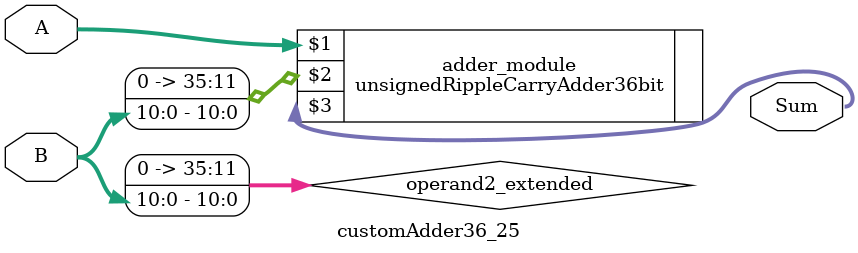
<source format=v>
module customAdder36_25(
                        input [35 : 0] A,
                        input [10 : 0] B,
                        
                        output [36 : 0] Sum
                );

        wire [35 : 0] operand2_extended;
        
        assign operand2_extended =  {25'b0, B};
        
        unsignedRippleCarryAdder36bit adder_module(
            A,
            operand2_extended,
            Sum
        );
        
        endmodule
        
</source>
